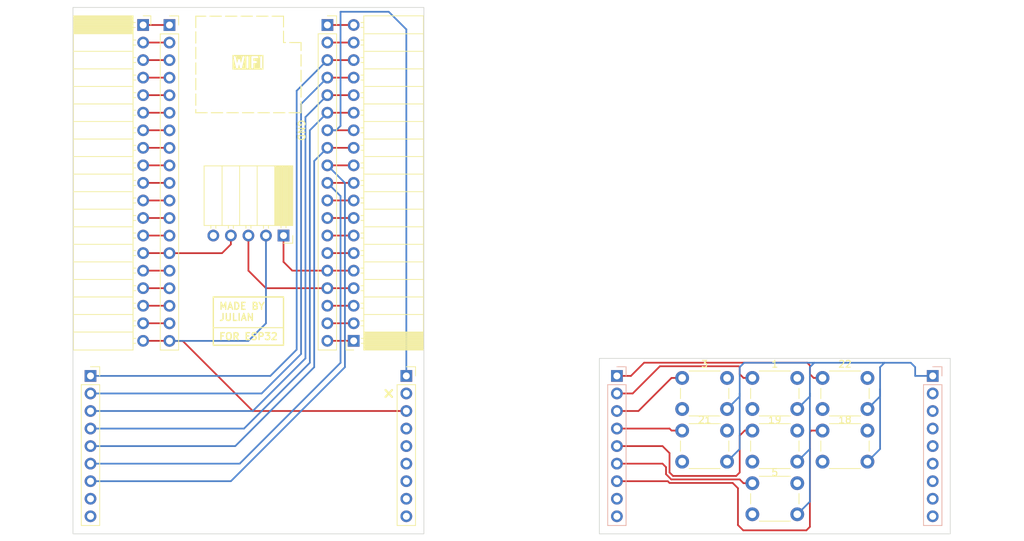
<source format=kicad_pcb>
(kicad_pcb (version 20221018) (generator pcbnew)
  (layers (0 "F.Cu" signal) (31 "B.Cu" signal) (34 "B.Paste" user) (35 "F.Paste" user) (36 "B.SilkS" user "B.Silkscreen") (37 "F.SilkS" user "F.Silkscreen") (38 "B.Mask" user) (39 "F.Mask" user) (44 "Edge.Cuts" user))
  (net 0 "")
  (footprint "Connector_PinSocket_2.54mm:PinSocket_1x19_P2.54mm_Horizontal" (layer "F.Cu") (at 91.44 99.06 180)
    (fp_text reference "REF**" hide)
    (fp_text value "PinSocket_1x19_P2.54mm_Horizontal")
    (pad "1" thru_hole rect (at 0 0 180) (size 1.7 1.7) (drill 1) (layers "*.Cu" "*.Mask"))
    (pad "2" thru_hole oval (at 0 2.54 180) (size 1.7 1.7) (drill 1) (layers "*.Cu" "*.Mask"))
    (pad "3" thru_hole oval (at 0 5.08 180) (size 1.7 1.7) (drill 1) (layers "*.Cu" "*.Mask"))
    (pad "4" thru_hole oval (at 0 7.62 180) (size 1.7 1.7) (drill 1) (layers "*.Cu" "*.Mask"))
    (pad "5" thru_hole oval (at 0 10.16 180) (size 1.7 1.7) (drill 1) (layers "*.Cu" "*.Mask"))
    (pad "6" thru_hole oval (at 0 12.7 180) (size 1.7 1.7) (drill 1) (layers "*.Cu" "*.Mask"))
    (pad "7" thru_hole oval (at 0 15.24 180) (size 1.7 1.7) (drill 1) (layers "*.Cu" "*.Mask"))
    (pad "8" thru_hole oval (at 0 17.78 180) (size 1.7 1.7) (drill 1) (layers "*.Cu" "*.Mask"))
    (pad "9" thru_hole oval (at 0 20.32 180) (size 1.7 1.7) (drill 1) (layers "*.Cu" "*.Mask"))
    (pad "10" thru_hole oval (at 0 22.86 180) (size 1.7 1.7) (drill 1) (layers "*.Cu" "*.Mask"))
    (pad "11" thru_hole oval (at 0 25.4 180) (size 1.7 1.7) (drill 1) (layers "*.Cu" "*.Mask"))
    (pad "12" thru_hole oval (at 0 27.94 180) (size 1.7 1.7) (drill 1) (layers "*.Cu" "*.Mask"))
    (pad "13" thru_hole oval (at 0 30.48 180) (size 1.7 1.7) (drill 1) (layers "*.Cu" "*.Mask"))
    (pad "14" thru_hole oval (at 0 33.02 180) (size 1.7 1.7) (drill 1) (layers "*.Cu" "*.Mask"))
    (pad "15" thru_hole oval (at 0 35.56 180) (size 1.7 1.7) (drill 1) (layers "*.Cu" "*.Mask"))
    (pad "16" thru_hole oval (at 0 38.1 180) (size 1.7 1.7) (drill 1) (layers "*.Cu" "*.Mask"))
    (pad "17" thru_hole oval (at 0 40.64 180) (size 1.7 1.7) (drill 1) (layers "*.Cu" "*.Mask"))
    (pad "18" thru_hole oval (at 0 43.18 180) (size 1.7 1.7) (drill 1) (layers "*.Cu" "*.Mask"))
    (pad "19" thru_hole oval (at 0 45.72 180) (size 1.7 1.7) (drill 1) (layers "*.Cu" "*.Mask"))
  )
  (footprint "Button_Switch_THT:SW_PUSH_6mm" (layer "F.Cu") (at 149.15 119.67)
    (fp_text reference "5" (at 3.25 -1.56) (layer "F.SilkS" knockout))
    (fp_text value "SW_PUSH_6mm")
    (pad "1" thru_hole circle (at 0 0 90) (size 2 2) (drill 1.1) (layers "*.Cu" "*.Mask"))
    (pad "1" thru_hole circle (at 6.5 0 90) (size 2 2) (drill 1.1) (layers "*.Cu" "*.Mask"))
    (pad "2" thru_hole circle (at 0 4.5 90) (size 2 2) (drill 1.1) (layers "*.Cu" "*.Mask"))
    (pad "2" thru_hole circle (at 6.5 4.5 90) (size 2 2) (drill 1.1) (layers "*.Cu" "*.Mask"))
  )
  (footprint "Connector_PinSocket_2.54mm:PinSocket_1x19_P2.54mm_Vertical" (layer "F.Cu") (at 87.63 53.34)
    (fp_text reference "REF**" hide)
    (fp_text value "PinSocket_1x19_P2.54mm_Vertical")
    (pad "1" thru_hole rect (at 0 0) (size 1.7 1.7) (drill 1) (layers "*.Cu" "*.Mask"))
    (pad "2" thru_hole oval (at 0 2.54) (size 1.7 1.7) (drill 1) (layers "*.Cu" "*.Mask"))
    (pad "3" thru_hole oval (at 0 5.08) (size 1.7 1.7) (drill 1) (layers "*.Cu" "*.Mask"))
    (pad "4" thru_hole oval (at 0 7.62) (size 1.7 1.7) (drill 1) (layers "*.Cu" "*.Mask"))
    (pad "5" thru_hole oval (at 0 10.16) (size 1.7 1.7) (drill 1) (layers "*.Cu" "*.Mask"))
    (pad "6" thru_hole oval (at 0 12.7) (size 1.7 1.7) (drill 1) (layers "*.Cu" "*.Mask"))
    (pad "7" thru_hole oval (at 0 15.24) (size 1.7 1.7) (drill 1) (layers "*.Cu" "*.Mask"))
    (pad "8" thru_hole oval (at 0 17.78) (size 1.7 1.7) (drill 1) (layers "*.Cu" "*.Mask"))
    (pad "9" thru_hole oval (at 0 20.32) (size 1.7 1.7) (drill 1) (layers "*.Cu" "*.Mask"))
    (pad "10" thru_hole oval (at 0 22.86) (size 1.7 1.7) (drill 1) (layers "*.Cu" "*.Mask"))
    (pad "11" thru_hole oval (at 0 25.4) (size 1.7 1.7) (drill 1) (layers "*.Cu" "*.Mask"))
    (pad "12" thru_hole oval (at 0 27.94) (size 1.7 1.7) (drill 1) (layers "*.Cu" "*.Mask"))
    (pad "13" thru_hole oval (at 0 30.48) (size 1.7 1.7) (drill 1) (layers "*.Cu" "*.Mask"))
    (pad "14" thru_hole oval (at 0 33.02) (size 1.7 1.7) (drill 1) (layers "*.Cu" "*.Mask"))
    (pad "15" thru_hole oval (at 0 35.56) (size 1.7 1.7) (drill 1) (layers "*.Cu" "*.Mask"))
    (pad "16" thru_hole oval (at 0 38.1) (size 1.7 1.7) (drill 1) (layers "*.Cu" "*.Mask"))
    (pad "17" thru_hole oval (at 0 40.64) (size 1.7 1.7) (drill 1) (layers "*.Cu" "*.Mask"))
    (pad "18" thru_hole oval (at 0 43.18) (size 1.7 1.7) (drill 1) (layers "*.Cu" "*.Mask"))
    (pad "19" thru_hole oval (at 0 45.72) (size 1.7 1.7) (drill 1) (layers "*.Cu" "*.Mask"))
  )
  (footprint "Button_Switch_THT:SW_PUSH_6mm" (layer "F.Cu") (at 138.99 104.43)
    (fp_text reference "3" (at 3.25 -2) (layer "F.SilkS" knockout))
    (fp_text value "SW_PUSH_6mm")
    (pad "1" thru_hole circle (at 0 0 90) (size 2 2) (drill 1.1) (layers "*.Cu" "*.Mask"))
    (pad "1" thru_hole circle (at 6.5 0 90) (size 2 2) (drill 1.1) (layers "*.Cu" "*.Mask"))
    (pad "2" thru_hole circle (at 0 4.5 90) (size 2 2) (drill 1.1) (layers "*.Cu" "*.Mask"))
    (pad "2" thru_hole circle (at 6.5 4.5 90) (size 2 2) (drill 1.1) (layers "*.Cu" "*.Mask"))
  )
  (footprint "Button_Switch_THT:SW_PUSH_6mm" (layer "F.Cu") (at 138.99 112.05)
    (fp_text reference "21" (at 3.25 -1.56) (layer "F.SilkS" knockout))
    (fp_text value "SW_PUSH_6mm")
    (pad "1" thru_hole circle (at 0 0 90) (size 2 2) (drill 1.1) (layers "*.Cu" "*.Mask"))
    (pad "1" thru_hole circle (at 6.5 0 90) (size 2 2) (drill 1.1) (layers "*.Cu" "*.Mask"))
    (pad "2" thru_hole circle (at 0 4.5 90) (size 2 2) (drill 1.1) (layers "*.Cu" "*.Mask"))
    (pad "2" thru_hole circle (at 6.5 4.5 90) (size 2 2) (drill 1.1) (layers "*.Cu" "*.Mask"))
  )
  (footprint "Connector_PinSocket_2.54mm:PinSocket_1x09_P2.54mm_Vertical" (layer "F.Cu") (at 99.06 104.14)
    (fp_text reference "REF**" hide)
    (fp_text value "PinSocket_1x09_P2.54mm_Vertical")
    (pad "1" thru_hole rect (at 0 0) (size 1.7 1.7) (drill 1) (layers "*.Cu" "*.Mask"))
    (pad "2" thru_hole oval (at 0 2.54) (size 1.7 1.7) (drill 1) (layers "*.Cu" "*.Mask"))
    (pad "3" thru_hole oval (at 0 5.08) (size 1.7 1.7) (drill 1) (layers "*.Cu" "*.Mask"))
    (pad "4" thru_hole oval (at 0 7.62) (size 1.7 1.7) (drill 1) (layers "*.Cu" "*.Mask"))
    (pad "5" thru_hole oval (at 0 10.16) (size 1.7 1.7) (drill 1) (layers "*.Cu" "*.Mask"))
    (pad "6" thru_hole oval (at 0 12.7) (size 1.7 1.7) (drill 1) (layers "*.Cu" "*.Mask"))
    (pad "7" thru_hole oval (at 0 15.24) (size 1.7 1.7) (drill 1) (layers "*.Cu" "*.Mask"))
    (pad "8" thru_hole oval (at 0 17.78) (size 1.7 1.7) (drill 1) (layers "*.Cu" "*.Mask"))
    (pad "9" thru_hole oval (at 0 20.32) (size 1.7 1.7) (drill 1) (layers "*.Cu" "*.Mask"))
  )
  (footprint "Button_Switch_THT:SW_PUSH_6mm" (layer "F.Cu") (at 149.15 112.05)
    (fp_text reference "19" (at 3.25 -1.56) (layer "F.SilkS" knockout))
    (fp_text value "SW_PUSH_6mm")
    (pad "1" thru_hole circle (at 0 0 90) (size 2 2) (drill 1.1) (layers "*.Cu" "*.Mask"))
    (pad "1" thru_hole circle (at 6.5 0 90) (size 2 2) (drill 1.1) (layers "*.Cu" "*.Mask"))
    (pad "2" thru_hole circle (at 0 4.5 90) (size 2 2) (drill 1.1) (layers "*.Cu" "*.Mask"))
    (pad "2" thru_hole circle (at 6.5 4.5 90) (size 2 2) (drill 1.1) (layers "*.Cu" "*.Mask"))
  )
  (footprint "Button_Switch_THT:SW_PUSH_6mm" (layer "F.Cu") (at 149.15 104.43)
    (fp_text reference "1" (at 3.25 -2) (layer "F.SilkS" knockout))
    (fp_text value "SW_PUSH_6mm")
    (pad "1" thru_hole circle (at 0 0 90) (size 2 2) (drill 1.1) (layers "*.Cu" "*.Mask"))
    (pad "1" thru_hole circle (at 6.5 0 90) (size 2 2) (drill 1.1) (layers "*.Cu" "*.Mask"))
    (pad "2" thru_hole circle (at 0 4.5 90) (size 2 2) (drill 1.1) (layers "*.Cu" "*.Mask"))
    (pad "2" thru_hole circle (at 6.5 4.5 90) (size 2 2) (drill 1.1) (layers "*.Cu" "*.Mask"))
  )
  (footprint "Connector_PinSocket_2.54mm:PinSocket_1x19_P2.54mm_Horizontal" (layer "F.Cu") (at 60.96 53.34)
    (fp_text reference "REF**" hide)
    (fp_text value "PinSocket_1x19_P2.54mm_Horizontal" hide)
    (pad "1" thru_hole rect (at 0 0) (size 1.7 1.7) (drill 1) (layers "*.Cu" "*.Mask"))
    (pad "2" thru_hole oval (at 0 2.54) (size 1.7 1.7) (drill 1) (layers "*.Cu" "*.Mask"))
    (pad "3" thru_hole oval (at 0 5.08) (size 1.7 1.7) (drill 1) (layers "*.Cu" "*.Mask"))
    (pad "4" thru_hole oval (at 0 7.62) (size 1.7 1.7) (drill 1) (layers "*.Cu" "*.Mask"))
    (pad "5" thru_hole oval (at 0 10.16) (size 1.7 1.7) (drill 1) (layers "*.Cu" "*.Mask"))
    (pad "6" thru_hole oval (at 0 12.7) (size 1.7 1.7) (drill 1) (layers "*.Cu" "*.Mask"))
    (pad "7" thru_hole oval (at 0 15.24) (size 1.7 1.7) (drill 1) (layers "*.Cu" "*.Mask"))
    (pad "8" thru_hole oval (at 0 17.78) (size 1.7 1.7) (drill 1) (layers "*.Cu" "*.Mask"))
    (pad "9" thru_hole oval (at 0 20.32) (size 1.7 1.7) (drill 1) (layers "*.Cu" "*.Mask"))
    (pad "10" thru_hole oval (at 0 22.86) (size 1.7 1.7) (drill 1) (layers "*.Cu" "*.Mask"))
    (pad "11" thru_hole oval (at 0 25.4) (size 1.7 1.7) (drill 1) (layers "*.Cu" "*.Mask"))
    (pad "12" thru_hole oval (at 0 27.94) (size 1.7 1.7) (drill 1) (layers "*.Cu" "*.Mask"))
    (pad "13" thru_hole oval (at 0 30.48) (size 1.7 1.7) (drill 1) (layers "*.Cu" "*.Mask"))
    (pad "14" thru_hole oval (at 0 33.02) (size 1.7 1.7) (drill 1) (layers "*.Cu" "*.Mask"))
    (pad "15" thru_hole oval (at 0 35.56) (size 1.7 1.7) (drill 1) (layers "*.Cu" "*.Mask"))
    (pad "16" thru_hole oval (at 0 38.1) (size 1.7 1.7) (drill 1) (layers "*.Cu" "*.Mask"))
    (pad "17" thru_hole oval (at 0 40.64) (size 1.7 1.7) (drill 1) (layers "*.Cu" "*.Mask"))
    (pad "18" thru_hole oval (at 0 43.18) (size 1.7 1.7) (drill 1) (layers "*.Cu" "*.Mask"))
    (pad "19" thru_hole oval (at 0 45.72) (size 1.7 1.7) (drill 1) (layers "*.Cu" "*.Mask"))
  )
  (footprint "Connector_PinSocket_2.54mm:PinSocket_1x19_P2.54mm_Vertical" (layer "F.Cu") (at 64.77 53.35)
    (fp_text reference "REF**" hide)
    (fp_text value "PinSocket_1x19_P2.54mm_Vertical" hide)
    (pad "1" thru_hole rect (at 0 0) (size 1.7 1.7) (drill 1) (layers "*.Cu" "*.Mask"))
    (pad "2" thru_hole oval (at 0 2.54) (size 1.7 1.7) (drill 1) (layers "*.Cu" "*.Mask"))
    (pad "3" thru_hole oval (at 0 5.08) (size 1.7 1.7) (drill 1) (layers "*.Cu" "*.Mask"))
    (pad "4" thru_hole oval (at 0 7.62) (size 1.7 1.7) (drill 1) (layers "*.Cu" "*.Mask"))
    (pad "5" thru_hole oval (at 0 10.16) (size 1.7 1.7) (drill 1) (layers "*.Cu" "*.Mask"))
    (pad "6" thru_hole oval (at 0 12.7) (size 1.7 1.7) (drill 1) (layers "*.Cu" "*.Mask"))
    (pad "7" thru_hole oval (at 0 15.24) (size 1.7 1.7) (drill 1) (layers "*.Cu" "*.Mask"))
    (pad "8" thru_hole oval (at 0 17.78) (size 1.7 1.7) (drill 1) (layers "*.Cu" "*.Mask"))
    (pad "9" thru_hole oval (at 0 20.32) (size 1.7 1.7) (drill 1) (layers "*.Cu" "*.Mask"))
    (pad "10" thru_hole oval (at 0 22.86) (size 1.7 1.7) (drill 1) (layers "*.Cu" "*.Mask"))
    (pad "11" thru_hole oval (at 0 25.4) (size 1.7 1.7) (drill 1) (layers "*.Cu" "*.Mask"))
    (pad "12" thru_hole oval (at 0 27.94) (size 1.7 1.7) (drill 1) (layers "*.Cu" "*.Mask"))
    (pad "13" thru_hole oval (at 0 30.48) (size 1.7 1.7) (drill 1) (layers "*.Cu" "*.Mask"))
    (pad "14" thru_hole oval (at 0 33.02) (size 1.7 1.7) (drill 1) (layers "*.Cu" "*.Mask"))
    (pad "15" thru_hole oval (at 0 35.56) (size 1.7 1.7) (drill 1) (layers "*.Cu" "*.Mask"))
    (pad "16" thru_hole oval (at 0 38.1) (size 1.7 1.7) (drill 1) (layers "*.Cu" "*.Mask"))
    (pad "17" thru_hole oval (at 0 40.64) (size 1.7 1.7) (drill 1) (layers "*.Cu" "*.Mask"))
    (pad "18" thru_hole oval (at 0 43.18) (size 1.7 1.7) (drill 1) (layers "*.Cu" "*.Mask"))
    (pad "19" thru_hole oval (at 0 45.72) (size 1.7 1.7) (drill 1) (layers "*.Cu" "*.Mask"))
  )
  (footprint "Button_Switch_THT:SW_PUSH_6mm" (layer "F.Cu") (at 159.31 104.43)
    (fp_text reference "22" (at 3.25 -2) (layer "F.SilkS" knockout))
    (fp_text value "SW_PUSH_6mm")
    (pad "1" thru_hole circle (at 0 0 90) (size 2 2) (drill 1.1) (layers "*.Cu" "*.Mask"))
    (pad "1" thru_hole circle (at 6.5 0 90) (size 2 2) (drill 1.1) (layers "*.Cu" "*.Mask"))
    (pad "2" thru_hole circle (at 0 4.5 90) (size 2 2) (drill 1.1) (layers "*.Cu" "*.Mask"))
    (pad "2" thru_hole circle (at 6.5 4.5 90) (size 2 2) (drill 1.1) (layers "*.Cu" "*.Mask"))
  )
  (footprint "Button_Switch_THT:SW_PUSH_6mm" (layer "F.Cu") (at 159.31 112.05)
    (fp_text reference "18" (at 3.25 -1.56) (layer "F.SilkS" knockout))
    (fp_text value "SW_PUSH_6mm")
    (pad "1" thru_hole circle (at 0 0 90) (size 2 2) (drill 1.1) (layers "*.Cu" "*.Mask"))
    (pad "1" thru_hole circle (at 6.5 0 90) (size 2 2) (drill 1.1) (layers "*.Cu" "*.Mask"))
    (pad "2" thru_hole circle (at 0 4.5 90) (size 2 2) (drill 1.1) (layers "*.Cu" "*.Mask"))
    (pad "2" thru_hole circle (at 6.5 4.5 90) (size 2 2) (drill 1.1) (layers "*.Cu" "*.Mask"))
  )
  (footprint "Connector_PinSocket_2.54mm:PinSocket_1x09_P2.54mm_Vertical" (layer "F.Cu") (at 53.34 104.14)
    (fp_text reference "REF**" hide)
    (fp_text value "PinSocket_1x09_P2.54mm_Vertical")
    (pad "1" thru_hole rect (at 0 0) (size 1.7 1.7) (drill 1) (layers "*.Cu" "*.Mask"))
    (pad "2" thru_hole oval (at 0 2.54) (size 1.7 1.7) (drill 1) (layers "*.Cu" "*.Mask"))
    (pad "3" thru_hole oval (at 0 5.08) (size 1.7 1.7) (drill 1) (layers "*.Cu" "*.Mask"))
    (pad "4" thru_hole oval (at 0 7.62) (size 1.7 1.7) (drill 1) (layers "*.Cu" "*.Mask"))
    (pad "5" thru_hole oval (at 0 10.16) (size 1.7 1.7) (drill 1) (layers "*.Cu" "*.Mask"))
    (pad "6" thru_hole oval (at 0 12.7) (size 1.7 1.7) (drill 1) (layers "*.Cu" "*.Mask"))
    (pad "7" thru_hole oval (at 0 15.24) (size 1.7 1.7) (drill 1) (layers "*.Cu" "*.Mask"))
    (pad "8" thru_hole oval (at 0 17.78) (size 1.7 1.7) (drill 1) (layers "*.Cu" "*.Mask"))
    (pad "9" thru_hole oval (at 0 20.32) (size 1.7 1.7) (drill 1) (layers "*.Cu" "*.Mask"))
  )
  (footprint "Connector_PinSocket_2.54mm:PinSocket_1x05_P2.54mm_Horizontal" (layer "F.Cu") (at 81.28 83.82 -90)
    (fp_text reference "REF**" hide)
    (fp_text value "PinSocket_1x05_P2.54mm_Horizontal" hide)
    (pad "1" thru_hole rect (at 0 0 270) (size 1.7 1.7) (drill 1) (layers "*.Cu" "*.Mask"))
    (pad "2" thru_hole oval (at 0 2.54 270) (size 1.7 1.7) (drill 1) (layers "*.Cu" "*.Mask"))
    (pad "3" thru_hole oval (at 0 5.08 270) (size 1.7 1.7) (drill 1) (layers "*.Cu" "*.Mask"))
    (pad "4" thru_hole oval (at 0 7.62 270) (size 1.7 1.7) (drill 1) (layers "*.Cu" "*.Mask"))
    (pad "5" thru_hole oval (at 0 10.16 270) (size 1.7 1.7) (drill 1) (layers "*.Cu" "*.Mask"))
  )
  (footprint "Connector_PinHeader_2.54mm:PinHeader_1x09_P2.54mm_Vertical" (layer "B.Cu") (at 129.54 104.14 180)
    (fp_text reference "REF**" hide)
    (fp_text value "PinHeader_1x09_P2.54mm_Vertical")
    (pad "1" thru_hole rect (at 0 0 180) (size 1.7 1.7) (drill 1) (layers "*.Cu" "*.Mask"))
    (pad "2" thru_hole oval (at 0 -2.54 180) (size 1.7 1.7) (drill 1) (layers "*.Cu" "*.Mask"))
    (pad "3" thru_hole oval (at 0 -5.08 180) (size 1.7 1.7) (drill 1) (layers "*.Cu" "*.Mask"))
    (pad "4" thru_hole oval (at 0 -7.62 180) (size 1.7 1.7) (drill 1) (layers "*.Cu" "*.Mask"))
    (pad "5" thru_hole oval (at 0 -10.16 180) (size 1.7 1.7) (drill 1) (layers "*.Cu" "*.Mask"))
    (pad "6" thru_hole oval (at 0 -12.7 180) (size 1.7 1.7) (drill 1) (layers "*.Cu" "*.Mask"))
    (pad "7" thru_hole oval (at 0 -15.24 180) (size 1.7 1.7) (drill 1) (layers "*.Cu" "*.Mask"))
    (pad "8" thru_hole oval (at 0 -17.78 180) (size 1.7 1.7) (drill 1) (layers "*.Cu" "*.Mask"))
    (pad "9" thru_hole oval (at 0 -20.32 180) (size 1.7 1.7) (drill 1) (layers "*.Cu" "*.Mask"))
  )
  (footprint "Connector_PinHeader_2.54mm:PinHeader_1x09_P2.54mm_Vertical" (layer "B.Cu") (at 175.26 104.14 180)
    (fp_text reference "REF**" hide)
    (fp_text value "PinHeader_1x09_P2.54mm_Vertical")
    (pad "1" thru_hole rect (at 0 0 180) (size 1.7 1.7) (drill 1) (layers "*.Cu" "*.Mask"))
    (pad "2" thru_hole oval (at 0 -2.54 180) (size 1.7 1.7) (drill 1) (layers "*.Cu" "*.Mask"))
    (pad "3" thru_hole oval (at 0 -5.08 180) (size 1.7 1.7) (drill 1) (layers "*.Cu" "*.Mask"))
    (pad "4" thru_hole oval (at 0 -7.62 180) (size 1.7 1.7) (drill 1) (layers "*.Cu" "*.Mask"))
    (pad "5" thru_hole oval (at 0 -10.16 180) (size 1.7 1.7) (drill 1) (layers "*.Cu" "*.Mask"))
    (pad "6" thru_hole oval (at 0 -12.7 180) (size 1.7 1.7) (drill 1) (layers "*.Cu" "*.Mask"))
    (pad "7" thru_hole oval (at 0 -15.24 180) (size 1.7 1.7) (drill 1) (layers "*.Cu" "*.Mask"))
    (pad "8" thru_hole oval (at 0 -17.78 180) (size 1.7 1.7) (drill 1) (layers "*.Cu" "*.Mask"))
    (pad "9" thru_hole oval (at 0 -20.32 180) (size 1.7 1.7) (drill 1) (layers "*.Cu" "*.Mask"))
  )
  (gr_poly (pts (xy 68.58 52.07) (xy 68.58 66.04) (xy 83.82 66.04) (xy 83.82 55.88) (xy 81.28 55.88) (xy 81.28 52.07)) (stroke (width 0.15) (type dash)) (fill none) (layer "F.SilkS"))
  (gr_line (start 71.12 97.155) (end 81.28 97.155) (stroke (width 0.15)) (layer "F.SilkS"))
  (gr_rect (start 127 101.6) (end 177.8 127) (stroke (width 0.1)) (fill none) (layer "Edge.Cuts"))
  (gr_rect (start 50.8 50.8) (end 101.6 127) (stroke (width 0.1)) (fill none) (layer "Edge.Cuts"))
  (gr_text "GND" (at 83.845 68.59 -90) (layer "F.SilkS") (effects (font (size 1 1))))
  (gr_text "x" (at 96.52 106.5022) (layer "F.SilkS") (effects (font (size 1.5 1.8) (thickness 0.3) bold)))
  (gr_text "FOR ESP32" (at 76.2 98.425) (layer "F.SilkS") (effects (font (size 1 1) (thickness 0.2) bold)))
  (gr_text "WIFI" (at 76.2 59.69) (layer "F.SilkS" knockout) (effects (font (size 1.5 1.5) (thickness 0.3) bold) (justify bottom)))
  (gr_text_box "MADE BY JULIAN" (start 71.12 92.71) (end 81.28 99.695) (layer "F.SilkS") (effects (font (size 1 1) (thickness 0.2) bold) (justify left top)) (stroke (width 0.2)))
  (segment (start 137.16 115.316) (end 136.144 114.3) (width 0.25) (layer "F.Cu") (net 0))
  (segment (start 157.698 112.05) (end 157.48 112.268) (width 0.25) (layer "F.Cu") (net 0))
  (segment (start 137.16 111.76) (end 129.54 111.76) (width 0.25) (layer "F.Cu") (net 0))
  (segment (start 147.32 112.776) (end 147.32 118.11) (width 0.25) (layer "F.Cu") (net 0))
  (segment (start 91.44 53.34) (end 87.63 53.34) (width 0.25) (layer "F.Cu") (net 0))
  (segment (start 91.44 88.9) (end 87.63 88.9) (width 0.25) (layer "F.Cu") (net 0))
  (segment (start 87.63 60.96) (end 91.44 60.96) (width 0.25) (layer "F.Cu") (net 0))
  (segment (start 64.785 78.74) (end 64.795 78.75) (width 0.25) (layer "F.Cu") (net 0))
  (segment (start 157.48 125.984) (end 156.972 126.492) (width 0.25) (layer "F.Cu") (net 0))
  (segment (start 91.44 93.98) (end 87.63 93.98) (width 0.25) (layer "F.Cu") (net 0))
  (segment (start 147.193 102.743) (end 135.763 102.743) (width 0.25) (layer "F.Cu") (net 0))
  (segment (start 87.63 91.44) (end 78.74 91.44) (width 0.25) (layer "F.Cu") (net 0))
  (segment (start 66.685 99.07) (end 76.835 109.22) (width 0.25) (layer "F.Cu") (net 0))
  (segment (start 64.785 71.12) (end 64.795 71.13) (width 0.25) (layer "F.Cu") (net 0))
  (segment (start 137.16 118.11) (end 137.16 115.316) (width 0.25) (layer "F.Cu") (net 0))
  (segment (start 72.38 86.37) (end 64.77 86.37) (width 0.25) (layer "F.Cu") (net 0))
  (segment (start 91.44 63.5) (end 87.63 63.5) (width 0.25) (layer "F.Cu") (net 0))
  (segment (start 156.972 126.492) (end 147.828 126.492) (width 0.25) (layer "F.Cu") (net 0))
  (segment (start 60.96 78.74) (end 64.785 78.74) (width 0.25) (layer "F.Cu") (net 0))
  (segment (start 91.44 68.58) (end 87.63 68.58) (width 0.25) (layer "F.Cu") (net 0))
  (segment (start 60.96 63.5) (end 64.785 63.5) (width 0.25) (layer "F.Cu") (net 0))
  (segment (start 147.32 118.11) (end 146.812 118.618) (width 0.25) (layer "F.Cu") (net 0))
  (segment (start 147.32 102.87) (end 147.193 102.743) (width 0.25) (layer "F.Cu") (net 0))
  (segment (start 137.414 119.126) (end 136.652 118.364) (width 0.25) (layer "F.Cu") (net 0))
  (segment (start 138.99 112.05) (end 137.45 112.05) (width 0.25) (layer "F.Cu") (net 0))
  (segment (start 157.48 103.886) (end 157.48 102.616) (width 0.25) (layer "F.Cu") (net 0))
  (segment (start 91.44 83.82) (end 87.63 83.82) (width 0.25) (layer "F.Cu") (net 0))
  (segment (start 87.63 71.12) (end 91.44 71.12) (width 0.25) (layer "F.Cu") (net 0))
  (segment (start 64.785 58.42) (end 64.795 58.43) (width 0.25) (layer "F.Cu") (net 0))
  (segment (start 146.304 119.634) (end 137.16 119.634) (width 0.25) (layer "F.Cu") (net 0))
  (segment (start 136.652 118.364) (end 136.652 117.348) (width 0.25) (layer "F.Cu") (net 0))
  (segment (start 87.63 81.28) (end 91.44 81.28) (width 0.25) (layer "F.Cu") (net 0))
  (segment (start 64.785 73.66) (end 64.795 73.67) (width 0.25) (layer "F.Cu") (net 0))
  (segment (start 81.28 87.63) (end 81.28 83.82) (width 0.25) (layer "F.Cu") (net 0))
  (segment (start 158.024 104.43) (end 157.48 103.886) (width 0.25) (layer "F.Cu") (net 0))
  (segment (start 64.785 96.52) (end 64.795 96.53) (width 0.25) (layer "F.Cu") (net 0))
  (segment (start 64.785 76.2) (end 64.795 76.21) (width 0.25) (layer "F.Cu") (net 0))
  (segment (start 133.487 102.225) (end 131.572 104.14) (width 0.25) (layer "F.Cu") (net 0))
  (segment (start 87.63 88.9) (end 82.55 88.9) (width 0.25) (layer "F.Cu") (net 0))
  (segment (start 76.835 109.22) (end 99.06 109.22) (width 0.25) (layer "F.Cu") (net 0))
  (segment (start 82.55 88.9) (end 81.28 87.63) (width 0.25) (layer "F.Cu") (net 0))
  (segment (start 136.906 119.38) (end 129.54 119.38) (width 0.25) (layer "F.Cu") (net 0))
  (segment (start 78.74 91.44) (end 76.2 88.9) (width 0.25) (layer "F.Cu") (net 0))
  (segment (start 147.066 125.73) (end 147.066 120.396) (width 0.25) (layer "F.Cu") (net 0))
  (segment (start 64.785 55.88) (end 64.795 55.89) (width 0.25) (layer "F.Cu") (net 0))
  (segment (start 64.785 86.36) (end 64.795 86.37) (width 0.25) (layer "F.Cu") (net 0))
  (segment (start 147.066 120.396) (end 146.304 119.634) (width 0.25) (layer "F.Cu") (net 0))
  (segment (start 60.96 99.06) (end 64.785 99.06) (width 0.25) (layer "F.Cu") (net 0))
  (segment (start 159.31 104.43) (end 158.024 104.43) (width 0.25) (layer "F.Cu") (net 0))
  (segment (start 157.48 112.268) (end 157.48 125.984) (width 0.25) (layer "F.Cu") (net 0))
  (segment (start 60.96 93.98) (end 64.785 93.98) (width 0.25) (layer "F.Cu") (net 0))
  (segment (start 64.77 99.07) (end 66.685 99.07) (width 0.25) (layer "F.Cu") (net 0))
  (segment (start 87.63 55.88) (end 91.44 55.88) (width 0.25) (layer "F.Cu") (net 0))
  (segment (start 149.15 104.43) (end 147.864 104.43) (width 0.25) (layer "F.Cu") (net 0))
  (segment (start 137.668 118.618) (end 137.16 118.11) (width 0.25) (layer "F.Cu") (net 0))
  (segment (start 60.96 53.34) (end 64.785 53.34) (width 0.25) (layer "F.Cu") (net 0))
  (segment (start 60.96 76.2) (end 64.785 76.2) (width 0.25) (layer "F.Cu") (net 0))
  (segment (start 60.96 71.12) (end 64.785 71.12) (width 0.25) (layer "F.Cu") (net 0))
  (segment (start 60.96 83.82) (end 64.785 83.82) (width 0.25) (layer "F.Cu") (net 0))
  (segment (start 135.763 102.743) (end 131.826 106.68) (width 0.25) (layer "F.Cu") (net 0))
  (segment (start 60.96 60.96) (end 64.785 60.96) (width 0.25) (layer "F.Cu") (net 0))
  (segment (start 60.96 81.28) (end 64.785 81.28) (width 0.25) (layer "F.Cu") (net 0))
  (segment (start 149.15 112.05) (end 148.046 112.05) (width 0.25) (layer "F.Cu") (net 0))
  (segment (start 64.785 83.82) (end 64.795 83.83) (width 0.25) (layer "F.Cu") (net 0))
  (segment (start 147.864 119.67) (end 147.32 119.126) (width 0.25) (layer "F.Cu") (net 0))
  (segment (start 146.812 118.618) (end 137.668 118.618) (width 0.25) (layer "F.Cu") (net 0))
  (segment (start 64.785 68.58) (end 64.795 68.59) (width 0.25) (layer "F.Cu") (net 0))
  (segment (start 64.785 53.34) (end 64.795 53.35) (width 0.25) (layer "F.Cu") (net 0))
  (segment (start 137.45 112.05) (end 137.16 111.76) (width 0.25) (layer "F.Cu") (net 0))
  (segment (start 136.652 117.348) (end 136.144 116.84) (width 0.25) (layer "F.Cu") (net 0))
  (segment (start 64.785 66.04) (end 64.795 66.05) (width 0.25) (layer "F.Cu") (net 0))
  (segment (start 87.63 99.06) (end 91.44 99.06) (width 0.25) (layer "F.Cu") (net 0))
  (segment (start 91.44 73.66) (end 87.63 73.66) (width 0.25) (layer "F.Cu") (net 0))
  (segment (start 60.96 68.58) (end 64.785 68.58) (width 0.25) (layer "F.Cu") (net 0))
  (segment (start 60.96 91.44) (end 64.785 91.44) (width 0.25) (layer "F.Cu") (net 0))
  (segment (start 87.63 66.04) (end 91.44 66.04) (width 0.25) (layer "F.Cu") (net 0))
  (segment (start 157.089 102.225) (end 133.487 102.225) (width 0.25) (layer "F.Cu") (net 0))
  (segment (start 147.32 119.126) (end 137.414 119.126) (width 0.25) (layer "F.Cu") (net 0))
  (segment (start 76.2 88.9) (end 76.2 83.82) (width 0.25) (layer "F.Cu") (net 0))
  (segment (start 87.63 86.36) (end 91.44 86.36) (width 0.25) (layer "F.Cu") (net 0))
  (segment (start 137.16 119.634) (end 136.906 119.38) (width 0.25) (layer "F.Cu") (net 0))
  (segment (start 64.785 99.06) (end 64.795 99.07) (width 0.25) (layer "F.Cu") (net 0))
  (segment (start 64.785 81.28) (end 64.795 81.29) (width 0.25) (layer "F.Cu") (net 0))
  (segment (start 91.44 78.74) (end 87.63 78.74) (width 0.25) (layer "F.Cu") (net 0))
  (segment (start 87.63 76.2) (end 91.44 76.2) (width 0.25) (layer "F.Cu") (net 0))
  (segment (start 60.96 96.52) (end 64.785 96.52) (width 0.25) (layer "F.Cu") (net 0))
  (segment (start 137.45 104.43) (end 132.66 109.22) (width 0.25) (layer "F.Cu") (net 0))
  (segment (start 159.31 112.05) (end 157.698 112.05) (width 0.25) (layer "F.Cu") (net 0))
  (segment (start 64.785 63.5) (end 64.795 63.51) (width 0.25) (layer "F.Cu") (net 0))
  (segment (start 147.864 104.43) (end 147.32 103.886) (width 0.25) (layer "F.Cu") (net 0))
  (segment (start 157.48 102.616) (end 157.089 102.225) (width 0.25) (layer "F.Cu") (net 0))
  (segment (start 91.44 58.42) (end 87.63 58.42) (width 0.25) (layer "F.Cu") (net 0))
  (segment (start 87.63 91.44) (end 91.44 91.44) (width 0.25) (layer "F.Cu") (net 0))
  (segment (start 149.15 119.67) (end 147.864 119.67) (width 0.25) (layer "F.Cu") (net 0))
  (segment (start 136.144 114.3) (end 129.54 114.3) (width 0.25) (layer "F.Cu") (net 0))
  (segment (start 60.96 88.9) (end 64.785 88.9) (width 0.25) (layer "F.Cu") (net 0))
  (segment (start 131.826 106.68) (end 129.54 106.68) (width 0.25) (layer "F.Cu") (net 0))
  (segment (start 60.96 86.36) (end 64.785 86.36) (width 0.25) (layer "F.Cu") (net 0))
  (segment (start 60.96 66.04) (end 64.785 66.04) (width 0.25) (layer "F.Cu") (net 0))
  (segment (start 64.785 93.98) (end 64.795 93.99) (width 0.25) (layer "F.Cu") (net 0))
  (segment (start 73.66 85.09) (end 72.38 86.37) (width 0.25) (layer "F.Cu") (net 0))
  (segment (start 60.96 58.42) (end 64.785 58.42) (width 0.25) (layer "F.Cu") (net 0))
  (segment (start 148.046 112.05) (end 147.32 112.776) (width 0.25) (layer "F.Cu") (net 0))
  (segment (start 60.96 55.88) (end 64.785 55.88) (width 0.25) (layer "F.Cu") (net 0))
  (segment (start 132.66 109.22) (end 129.54 109.22) (width 0.25) (layer "F.Cu") (net 0))
  (segment (start 64.785 60.96) (end 64.795 60.97) (width 0.25) (layer "F.Cu") (net 0))
  (segment (start 147.828 126.492) (end 147.066 125.73) (width 0.25) (layer "F.Cu") (net 0))
  (segment (start 91.44 96.52) (end 87.63 96.52) (width 0.25) (layer "F.Cu") (net 0))
  (segment (start 64.785 91.44) (end 64.795 91.45) (width 0.25) (layer "F.Cu") (net 0))
  (segment (start 60.96 73.66) (end 64.785 73.66) (width 0.25) (layer "F.Cu") (net 0))
  (segment (start 131.572 104.14) (end 129.54 104.14) (width 0.25) (layer "F.Cu") (net 0))
  (segment (start 147.32 103.886) (end 147.32 102.87) (width 0.25) (layer "F.Cu") (net 0))
  (segment (start 64.785 88.9) (end 64.795 88.91) (width 0.25) (layer "F.Cu") (net 0))
  (segment (start 73.66 83.82) (end 73.66 85.09) (width 0.25) (layer "F.Cu") (net 0))
  (segment (start 136.144 116.84) (end 129.54 116.84) (width 0.25) (layer "F.Cu") (net 0))
  (segment (start 138.99 104.43) (end 137.45 104.43) (width 0.25) (layer "F.Cu") (net 0))
  (segment (start 87.63 68.58) (end 88.9 68.58) (width 0.25) (layer "B.Cu") (net 0))
  (segment (start 157.48 102.87) (end 158.115 102.235) (width 0.25) (layer "B.Cu") (net 0))
  (segment (start 78.74 83.82) (end 78.74 96.52) (width 0.25) (layer "B.Cu") (net 0))
  (segment (start 155.65 108.93) (end 157.48 107.1) (width 0.25) (layer "B.Cu") (net 0))
  (segment (start 84.455 66.675) (end 84.455 101.6) (width 0.25) (layer "B.Cu") (net 0))
  (segment (start 83.185 62.865) (end 83.185 100.33) (width 0.25) (layer "B.Cu") (net 0))
  (segment (start 172.72 102.87) (end 172.72 104.14) (width 0.25) (layer "B.Cu") (net 0))
  (segment (start 87.63 63.5) (end 84.455 66.675) (width 0.25) (layer "B.Cu") (net 0))
  (segment (start 89.535 51.435) (end 89.545 51.425) (width 0.25) (layer "B.Cu") (net 0))
  (segment (start 89.535 102.235) (end 74.93 116.84) (width 0.25) (layer "B.Cu") (net 0))
  (segment (start 175.26 104.14) (end 172.72 104.14) (width 0.25) (layer "B.Cu") (net 0))
  (segment (start 89.535 78.105) (end 89.535 102.235) (width 0.25) (layer "B.Cu") (net 0))
  (segment (start 75.565 111.76) (end 53.34 111.76) (width 0.25) (layer "B.Cu") (net 0))
  (segment (start 147.32 114.72) (end 147.32 106.68) (width 0.25) (layer "B.Cu") (net 0))
  (segment (start 155.65 124.17) (end 157.48 122.34) (width 0.25) (layer "B.Cu") (net 0))
  (segment (start 88.9 68.58) (end 89.535 67.945) (width 0.25) (layer "B.Cu") (net 0))
  (segment (start 83.82 100.965) (end 78.105 106.68) (width 0.25) (layer "B.Cu") (net 0))
  (segment (start 165.81 108.93) (end 167.64 107.1) (width 0.25) (layer "B.Cu") (net 0))
  (segment (start 85.09 102.235) (end 75.565 111.76) (width 0.25) (layer "B.Cu") (net 0))
  (segment (start 158.115 102.235) (end 168.275 102.235) (width 0.25) (layer "B.Cu") (net 0))
  (segment (start 89.545 51.425) (end 96.51 51.425) (width 0.25) (layer "B.Cu") (net 0))
  (segment (start 167.64 102.87) (end 168.275 102.235) (width 0.25) (layer "B.Cu") (net 0))
  (segment (start 76.835 109.22) (end 53.34 109.22) (width 0.25) (layer "B.Cu") (net 0))
  (segment (start 145.49 116.55) (end 147.32 114.72) (width 0.25) (layer "B.Cu") (net 0))
  (segment (start 85.725 73.025) (end 85.725 102.87) (width 0.25) (layer "B.Cu") (net 0))
  (segment (start 84.455 101.6) (end 76.835 109.22) (width 0.25) (layer "B.Cu") (net 0))
  (segment (start 83.82 64.77) (end 83.82 100.965) (width 0.25) (layer "B.Cu") (net 0))
  (segment (start 167.64 106.045) (end 167.64 102.87) (width 0.25) (layer "B.Cu") (net 0))
  (segment (start 87.63 76.2) (end 89.535 78.105) (width 0.25) (layer "B.Cu") (net 0))
  (segment (start 155.65 116.55) (end 157.48 114.72) (width 0.25) (layer "B.Cu") (net 0))
  (segment (start 89.535 67.945) (end 89.535 51.435) (width 0.25) (layer "B.Cu") (net 0))
  (segment (start 145.49 108.93) (end 147.32 107.1) (width 0.25) (layer "B.Cu") (net 0))
  (segment (start 157.48 114.72) (end 157.48 106.68) (width 0.25) (layer "B.Cu") (net 0))
  (segment (start 157.48 122.34) (end 157.48 114.72) (width 0.25) (layer "B.Cu") (net 0))
  (segment (start 73.66 119.38) (end 53.34 119.38) (width 0.25) (layer "B.Cu") (net 0))
  (segment (start 167.64 114.72) (end 167.64 106.045) (width 0.25) (layer "B.Cu") (net 0))
  (segment (start 74.93 116.84) (end 53.34 116.84) (width 0.25) (layer "B.Cu") (net 0))
  (segment (start 87.63 58.42) (end 83.185 62.865) (width 0.25) (layer "B.Cu") (net 0))
  (segment (start 147.32 107.1) (end 147.32 106.68) (width 0.25) (layer "B.Cu") (net 0))
  (segment (start 76.19 99.07) (end 64.77 99.07) (width 0.25) (layer "B.Cu") (net 0))
  (segment (start 96.51 51.425) (end 99.06 53.975) (width 0.25) (layer "B.Cu") (net 0))
  (segment (start 85.725 102.87) (end 74.295 114.3) (width 0.25) (layer "B.Cu") (net 0))
  (segment (start 90.17 102.87) (end 73.66 119.38) (width 0.25) (layer "B.Cu") (net 0))
  (segment (start 74.295 114.3) (end 53.34 114.3) (width 0.25) (layer "B.Cu") (net 0))
  (segment (start 79.375 104.14) (end 53.34 104.14) (width 0.25) (layer "B.Cu") (net 0))
  (segment (start 147.32 102.87) (end 147.955 102.235) (width 0.25) (layer "B.Cu") (net 0))
  (segment (start 168.275 102.235) (end 172.085 102.235) (width 0.25) (layer "B.Cu") (net 0))
  (segment (start 87.63 71.12) (end 85.725 73.025) (width 0.25) (layer "B.Cu") (net 0))
  (segment (start 83.185 100.33) (end 79.375 104.14) (width 0.25) (layer "B.Cu") (net 0))
  (segment (start 99.06 53.975) (end 99.06 104.14) (width 0.25) (layer "B.Cu") (net 0))
  (segment (start 172.085 102.235) (end 172.72 102.87) (width 0.25) (layer "B.Cu") (net 0))
  (segment (start 157.48 106.68) (end 157.48 102.87) (width 0.25) (layer "B.Cu") (net 0))
  (segment (start 147.955 102.235) (end 158.115 102.235) (width 0.25) (layer "B.Cu") (net 0))
  (segment (start 165.81 116.55) (end 167.64 114.72) (width 0.25) (layer "B.Cu") (net 0))
  (segment (start 167.64 107.1) (end 167.64 106.045) (width 0.25) (layer "B.Cu") (net 0))
  (segment (start 90.17 76.2) (end 90.17 102.87) (width 0.25) (layer "B.Cu") (net 0))
  (segment (start 87.63 60.96) (end 83.82 64.77) (width 0.25) (layer "B.Cu") (net 0))
  (segment (start 78.74 96.52) (end 76.19 99.07) (width 0.25) (layer "B.Cu") (net 0))
  (segment (start 85.09 68.58) (end 85.09 102.235) (width 0.25) (layer "B.Cu") (net 0))
  (segment (start 78.105 106.68) (end 53.34 106.68) (width 0.25) (layer "B.Cu") (net 0))
  (segment (start 157.48 107.1) (end 157.48 106.68) (width 0.25) (layer "B.Cu") (net 0))
  (segment (start 87.63 73.66) (end 90.17 76.2) (width 0.25) (layer "B.Cu") (net 0))
  (segment (start 147.32 106.68) (end 147.32 102.87) (width 0.25) (layer "B.Cu") (net 0))
  (segment (start 87.63 66.04) (end 85.09 68.58) (width 0.25) (layer "B.Cu") (net 0))
)
</source>
